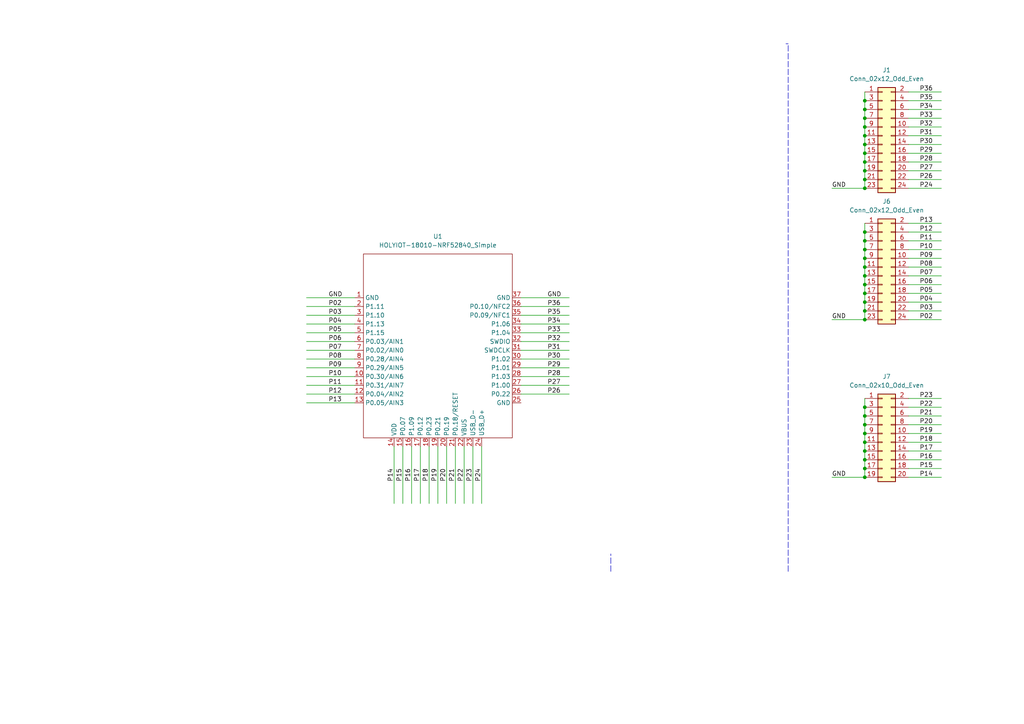
<source format=kicad_sch>
(kicad_sch (version 20211123) (generator eeschema)
  (paper "A4")
  (title_block (title "HolyIOT 18010 breakout board") (date "2021-08-01") (rev "0.1") (company "semicontinuity"))
  (lib_symbols
    (symbol "Connector_Generic:Conn_02x10_Odd_Even" (pin_names (offset 1.016) hide)
      (property "Reference" "J" (at 1.27 12.7 0))
      (property "Value" "Conn_02x10_Odd_Even" (at 1.27 -15.24 0))
      (symbol "Conn_02x10_Odd_Even_1_1"
        (rectangle (start -1.27 -12.573) (end 0 -12.827) (stroke (width 0.1524)))
        (rectangle (start -1.27 -10.033) (end 0 -10.287) (stroke (width 0.1524)))
        (rectangle (start -1.27 -7.493) (end 0 -7.747) (stroke (width 0.1524)))
        (rectangle (start -1.27 -4.953) (end 0 -5.207) (stroke (width 0.1524)))
        (rectangle (start -1.27 -2.413) (end 0 -2.667) (stroke (width 0.1524)))
        (rectangle (start -1.27 0.127) (end 0 -0.127) (stroke (width 0.1524)))
        (rectangle (start -1.27 2.667) (end 0 2.413) (stroke (width 0.1524)))
        (rectangle (start -1.27 5.207) (end 0 4.953) (stroke (width 0.1524)))
        (rectangle (start -1.27 7.747) (end 0 7.493) (stroke (width 0.1524)))
        (rectangle (start -1.27 10.287) (end 0 10.033) (stroke (width 0.1524)))
        (rectangle (start -1.27 11.43) (end 3.81 -13.97) (stroke (width 0.254)) (fill (type background)))
        (rectangle (start 3.81 -12.573) (end 2.54 -12.827) (stroke (width 0.1524)))
        (rectangle (start 3.81 -10.033) (end 2.54 -10.287) (stroke (width 0.1524)))
        (rectangle (start 3.81 -7.493) (end 2.54 -7.747) (stroke (width 0.1524)))
        (rectangle (start 3.81 -4.953) (end 2.54 -5.207) (stroke (width 0.1524)))
        (rectangle (start 3.81 -2.413) (end 2.54 -2.667) (stroke (width 0.1524)))
        (rectangle (start 3.81 0.127) (end 2.54 -0.127) (stroke (width 0.1524)))
        (rectangle (start 3.81 2.667) (end 2.54 2.413) (stroke (width 0.1524)))
        (rectangle (start 3.81 5.207) (end 2.54 4.953) (stroke (width 0.1524)))
        (rectangle (start 3.81 7.747) (end 2.54 7.493) (stroke (width 0.1524)))
        (rectangle (start 3.81 10.287) (end 2.54 10.033) (stroke (width 0.1524)))
        (pin passive line (at -5.08 10.16 0) (length 3.81) (name "Pin_1") (number "1"))
        (pin passive line (at 7.62 0 180) (length 3.81) (name "Pin_10") (number "10"))
        (pin passive line (at -5.08 -2.54 0) (length 3.81) (name "Pin_11") (number "11"))
        (pin passive line (at 7.62 -2.54 180) (length 3.81) (name "Pin_12") (number "12"))
        (pin passive line (at -5.08 -5.08 0) (length 3.81) (name "Pin_13") (number "13"))
        (pin passive line (at 7.62 -5.08 180) (length 3.81) (name "Pin_14") (number "14"))
        (pin passive line (at -5.08 -7.62 0) (length 3.81) (name "Pin_15") (number "15"))
        (pin passive line (at 7.62 -7.62 180) (length 3.81) (name "Pin_16") (number "16"))
        (pin passive line (at -5.08 -10.16 0) (length 3.81) (name "Pin_17") (number "17"))
        (pin passive line (at 7.62 -10.16 180) (length 3.81) (name "Pin_18") (number "18"))
        (pin passive line (at -5.08 -12.7 0) (length 3.81) (name "Pin_19") (number "19"))
        (pin passive line (at 7.62 10.16 180) (length 3.81) (name "Pin_2") (number "2"))
        (pin passive line (at 7.62 -12.7 180) (length 3.81) (name "Pin_20") (number "20"))
        (pin passive line (at -5.08 7.62 0) (length 3.81) (name "Pin_3") (number "3"))
        (pin passive line (at 7.62 7.62 180) (length 3.81) (name "Pin_4") (number "4"))
        (pin passive line (at -5.08 5.08 0) (length 3.81) (name "Pin_5") (number "5"))
        (pin passive line (at 7.62 5.08 180) (length 3.81) (name "Pin_6") (number "6"))
        (pin passive line (at -5.08 2.54 0) (length 3.81) (name "Pin_7") (number "7"))
        (pin passive line (at 7.62 2.54 180) (length 3.81) (name "Pin_8") (number "8"))
        (pin passive line (at -5.08 0 0) (length 3.81) (name "Pin_9") (number "9"))
      )
    )
    (symbol "Connector_Generic:Conn_02x12_Odd_Even" (pin_names (offset 1.016) hide)
      (property "Reference" "J" (at 1.27 15.24 0))
      (property "Value" "Conn_02x12_Odd_Even" (at 1.27 -17.78 0))
      (symbol "Conn_02x12_Odd_Even_1_1"
        (rectangle (start -1.27 -15.113) (end 0 -15.367) (stroke (width 0.1524)))
        (rectangle (start -1.27 -12.573) (end 0 -12.827) (stroke (width 0.1524)))
        (rectangle (start -1.27 -10.033) (end 0 -10.287) (stroke (width 0.1524)))
        (rectangle (start -1.27 -7.493) (end 0 -7.747) (stroke (width 0.1524)))
        (rectangle (start -1.27 -4.953) (end 0 -5.207) (stroke (width 0.1524)))
        (rectangle (start -1.27 -2.413) (end 0 -2.667) (stroke (width 0.1524)))
        (rectangle (start -1.27 0.127) (end 0 -0.127) (stroke (width 0.1524)))
        (rectangle (start -1.27 2.667) (end 0 2.413) (stroke (width 0.1524)))
        (rectangle (start -1.27 5.207) (end 0 4.953) (stroke (width 0.1524)))
        (rectangle (start -1.27 7.747) (end 0 7.493) (stroke (width 0.1524)))
        (rectangle (start -1.27 10.287) (end 0 10.033) (stroke (width 0.1524)))
        (rectangle (start -1.27 12.827) (end 0 12.573) (stroke (width 0.1524)))
        (rectangle (start -1.27 13.97) (end 3.81 -16.51) (stroke (width 0.254)) (fill (type background)))
        (rectangle (start 3.81 -15.113) (end 2.54 -15.367) (stroke (width 0.1524)))
        (rectangle (start 3.81 -12.573) (end 2.54 -12.827) (stroke (width 0.1524)))
        (rectangle (start 3.81 -10.033) (end 2.54 -10.287) (stroke (width 0.1524)))
        (rectangle (start 3.81 -7.493) (end 2.54 -7.747) (stroke (width 0.1524)))
        (rectangle (start 3.81 -4.953) (end 2.54 -5.207) (stroke (width 0.1524)))
        (rectangle (start 3.81 -2.413) (end 2.54 -2.667) (stroke (width 0.1524)))
        (rectangle (start 3.81 0.127) (end 2.54 -0.127) (stroke (width 0.1524)))
        (rectangle (start 3.81 2.667) (end 2.54 2.413) (stroke (width 0.1524)))
        (rectangle (start 3.81 5.207) (end 2.54 4.953) (stroke (width 0.1524)))
        (rectangle (start 3.81 7.747) (end 2.54 7.493) (stroke (width 0.1524)))
        (rectangle (start 3.81 10.287) (end 2.54 10.033) (stroke (width 0.1524)))
        (rectangle (start 3.81 12.827) (end 2.54 12.573) (stroke (width 0.1524)))
        (pin passive line (at -5.08 12.7 0) (length 3.81) (name "Pin_1") (number "1"))
        (pin passive line (at 7.62 2.54 180) (length 3.81) (name "Pin_10") (number "10"))
        (pin passive line (at -5.08 0 0) (length 3.81) (name "Pin_11") (number "11"))
        (pin passive line (at 7.62 0 180) (length 3.81) (name "Pin_12") (number "12"))
        (pin passive line (at -5.08 -2.54 0) (length 3.81) (name "Pin_13") (number "13"))
        (pin passive line (at 7.62 -2.54 180) (length 3.81) (name "Pin_14") (number "14"))
        (pin passive line (at -5.08 -5.08 0) (length 3.81) (name "Pin_15") (number "15"))
        (pin passive line (at 7.62 -5.08 180) (length 3.81) (name "Pin_16") (number "16"))
        (pin passive line (at -5.08 -7.62 0) (length 3.81) (name "Pin_17") (number "17"))
        (pin passive line (at 7.62 -7.62 180) (length 3.81) (name "Pin_18") (number "18"))
        (pin passive line (at -5.08 -10.16 0) (length 3.81) (name "Pin_19") (number "19"))
        (pin passive line (at 7.62 12.7 180) (length 3.81) (name "Pin_2") (number "2"))
        (pin passive line (at 7.62 -10.16 180) (length 3.81) (name "Pin_20") (number "20"))
        (pin passive line (at -5.08 -12.7 0) (length 3.81) (name "Pin_21") (number "21"))
        (pin passive line (at 7.62 -12.7 180) (length 3.81) (name "Pin_22") (number "22"))
        (pin passive line (at -5.08 -15.24 0) (length 3.81) (name "Pin_23") (number "23"))
        (pin passive line (at 7.62 -15.24 180) (length 3.81) (name "Pin_24") (number "24"))
        (pin passive line (at -5.08 10.16 0) (length 3.81) (name "Pin_3") (number "3"))
        (pin passive line (at 7.62 10.16 180) (length 3.81) (name "Pin_4") (number "4"))
        (pin passive line (at -5.08 7.62 0) (length 3.81) (name "Pin_5") (number "5"))
        (pin passive line (at 7.62 7.62 180) (length 3.81) (name "Pin_6") (number "6"))
        (pin passive line (at -5.08 5.08 0) (length 3.81) (name "Pin_7") (number "7"))
        (pin passive line (at 7.62 5.08 180) (length 3.81) (name "Pin_8") (number "8"))
        (pin passive line (at -5.08 2.54 0) (length 3.81) (name "Pin_9") (number "9"))
      )
    )
    (symbol "wireless-v1:HOLYIOT-18010-NRF52840_Simple"
      (property "Reference" "U" (at 0 31.75 0))
      (property "Value" "HOLYIOT-18010-NRF52840_Simple" (at 0 29.21 0))
      (symbol "HOLYIOT-18010-NRF52840_Simple_0_1"
        (rectangle (start -21.59 27.94) (end 21.59 -25.4))
      )
      (symbol "HOLYIOT-18010-NRF52840_Simple_1_1"
        (pin power_in line (at -24.13 15.24 0) (length 2.54) (name "GND") (number "1"))
        (pin input line (at -24.13 -7.62 0) (length 2.54) (name "P0.30/AIN6") (number "10"))
        (pin input line (at -24.13 -10.16 0) (length 2.54) (name "P0.31/AIN7") (number "11"))
        (pin input line (at -24.13 -12.7 0) (length 2.54) (name "P0.04/AIN2") (number "12"))
        (pin input line (at -24.13 -15.24 0) (length 2.54) (name "P0.05/AIN3") (number "13"))
        (pin power_in line (at -12.7 -27.94 90) (length 2.54) (name "VDD") (number "14"))
        (pin input line (at -10.16 -27.94 90) (length 2.54) (name "P0.07") (number "15"))
        (pin input line (at -7.62 -27.94 90) (length 2.54) (name "P1.09") (number "16"))
        (pin input line (at -5.08 -27.94 90) (length 2.54) (name "P0.12") (number "17"))
        (pin input line (at -2.54 -27.94 90) (length 2.54) (name "P0.23") (number "18"))
        (pin input line (at 0 -27.94 90) (length 2.54) (name "P0.21") (number "19"))
        (pin input line (at -24.13 12.7 0) (length 2.54) (name "P1.11") (number "2"))
        (pin input line (at 2.54 -27.94 90) (length 2.54) (name "P0.19") (number "20"))
        (pin input line (at 5.08 -27.94 90) (length 2.54) (name "P0.18/RESET") (number "21"))
        (pin power_in line (at 7.62 -27.94 90) (length 2.54) (name "VBUS") (number "22"))
        (pin input line (at 10.16 -27.94 90) (length 2.54) (name "USB_D-") (number "23"))
        (pin input line (at 12.7 -27.94 90) (length 2.54) (name "USB_D+") (number "24"))
        (pin power_in line (at 24.13 -15.24 180) (length 2.54) (name "GND") (number "25"))
        (pin input line (at 24.13 -12.7 180) (length 2.54) (name "P0.22") (number "26"))
        (pin input line (at 24.13 -10.16 180) (length 2.54) (name "P1.00") (number "27"))
        (pin input line (at 24.13 -7.62 180) (length 2.54) (name "P1.03") (number "28"))
        (pin input line (at 24.13 -5.08 180) (length 2.54) (name "P1.01") (number "29"))
        (pin input line (at -24.13 10.16 0) (length 2.54) (name "P1.10") (number "3"))
        (pin input line (at 24.13 -2.54 180) (length 2.54) (name "P1.02") (number "30"))
        (pin input line (at 24.13 0 180) (length 2.54) (name "SWDCLK") (number "31"))
        (pin input line (at 24.13 2.54 180) (length 2.54) (name "SWDIO") (number "32"))
        (pin input line (at 24.13 5.08 180) (length 2.54) (name "P1.04") (number "33"))
        (pin input line (at 24.13 7.62 180) (length 2.54) (name "P1.06") (number "34"))
        (pin input line (at 24.13 10.16 180) (length 2.54) (name "P0.09/NFC1") (number "35"))
        (pin input line (at 24.13 12.7 180) (length 2.54) (name "P0.10/NFC2") (number "36"))
        (pin power_in line (at 24.13 15.24 180) (length 2.54) (name "GND") (number "37"))
        (pin input line (at -24.13 7.62 0) (length 2.54) (name "P1.13") (number "4"))
        (pin input line (at -24.13 5.08 0) (length 2.54) (name "P1.15") (number "5"))
        (pin input line (at -24.13 2.54 0) (length 2.54) (name "P0.03/AIN1") (number "6"))
        (pin input line (at -24.13 0 0) (length 2.54) (name "P0.02/AIN0") (number "7"))
        (pin input line (at -24.13 -2.54 0) (length 2.54) (name "P0.28/AIN4") (number "8"))
        (pin input line (at -24.13 -5.08 0) (length 2.54) (name "P0.29/AIN5") (number "9"))
      )
    )
  )
  (junction (at 250.825 80.01))
  (junction (at 250.825 29.21))
  (junction (at 250.825 120.65))
  (junction (at 250.825 39.37))
  (junction (at 250.825 34.29))
  (junction (at 250.825 135.89))
  (junction (at 250.825 90.17))
  (junction (at 250.825 87.63))
  (junction (at 250.825 44.45))
  (junction (at 250.825 92.71))
  (junction (at 250.825 123.19))
  (junction (at 250.825 52.07))
  (junction (at 250.825 125.73))
  (junction (at 250.825 130.81))
  (junction (at 250.825 31.75))
  (junction (at 250.825 41.91))
  (junction (at 250.825 36.83))
  (junction (at 250.825 77.47))
  (junction (at 250.825 85.09))
  (junction (at 250.825 74.93))
  (junction (at 250.825 118.11))
  (junction (at 250.825 72.39))
  (junction (at 250.825 54.61))
  (junction (at 250.825 133.35))
  (junction (at 250.825 46.99))
  (junction (at 250.825 67.31))
  (junction (at 250.825 82.55))
  (junction (at 250.825 138.43))
  (junction (at 250.825 69.85))
  (junction (at 250.825 49.53))
  (junction (at 250.825 128.27))
  (wire (pts (xy 250.825 29.21) (xy 250.825 31.75)))
  (wire (pts (xy 250.825 26.67) (xy 250.825 29.21)))
  (wire (pts (xy 263.525 26.67) (xy 273.05 26.67)))
  (wire (pts (xy 263.525 138.43) (xy 273.05 138.43)))
  (wire (pts (xy 88.9 106.68) (xy 102.87 106.68)))
  (wire (pts (xy 88.9 86.36) (xy 102.87 86.36)))
  (wire (pts (xy 134.62 129.54) (xy 134.62 146.05)))
  (wire (pts (xy 263.525 77.47) (xy 273.05 77.47)))
  (wire (pts (xy 250.825 74.93) (xy 250.825 77.47)))
  (wire (pts (xy 151.13 91.44) (xy 165.1 91.44)))
  (wire (pts (xy 137.16 129.54) (xy 137.16 146.05)))
  (wire (pts (xy 250.825 123.19) (xy 250.825 125.73)))
  (wire (pts (xy 151.13 93.98) (xy 165.1 93.98)))
  (wire (pts (xy 250.825 133.35) (xy 250.825 135.89)))
  (wire (pts (xy 250.825 92.71) (xy 241.3 92.71)))
  (wire (pts (xy 263.525 115.57) (xy 273.05 115.57)))
  (wire (pts (xy 250.825 36.83) (xy 250.825 39.37)))
  (wire (pts (xy 88.9 99.06) (xy 102.87 99.06)))
  (wire (pts (xy 263.525 46.99) (xy 273.05 46.99)))
  (wire (pts (xy 151.13 99.06) (xy 165.1 99.06)))
  (wire (pts (xy 250.825 46.99) (xy 250.825 49.53)))
  (wire (pts (xy 119.38 129.54) (xy 119.38 146.05)))
  (wire (pts (xy 263.525 85.09) (xy 273.05 85.09)))
  (wire (pts (xy 263.525 52.07) (xy 273.05 52.07)))
  (wire (pts (xy 250.825 31.75) (xy 250.825 34.29)))
  (wire (pts (xy 263.525 49.53) (xy 273.05 49.53)))
  (wire (pts (xy 263.525 64.77) (xy 273.05 64.77)))
  (wire (pts (xy 263.525 39.37) (xy 273.05 39.37)))
  (wire (pts (xy 250.825 67.31) (xy 250.825 69.85)))
  (wire (pts (xy 132.08 129.54) (xy 132.08 146.05)))
  (wire (pts (xy 151.13 101.6) (xy 165.1 101.6)))
  (wire (pts (xy 151.13 109.22) (xy 165.1 109.22)))
  (wire (pts (xy 263.525 41.91) (xy 273.05 41.91)))
  (wire (pts (xy 250.825 41.91) (xy 250.825 44.45)))
  (wire (pts (xy 88.9 104.14) (xy 102.87 104.14)))
  (wire (pts (xy 263.525 128.27) (xy 273.05 128.27)))
  (wire (pts (xy 139.7 129.54) (xy 139.7 146.05)))
  (wire (pts (xy 250.825 87.63) (xy 250.825 90.17)))
  (wire (pts (xy 263.525 130.81) (xy 273.05 130.81)))
  (wire (pts (xy 151.13 88.9) (xy 165.1 88.9)))
  (wire (pts (xy 88.9 93.98) (xy 102.87 93.98)))
  (wire (pts (xy 263.525 36.83) (xy 273.05 36.83)))
  (wire (pts (xy 241.3 54.61) (xy 250.825 54.61)))
  (wire (pts (xy 250.825 115.57) (xy 250.825 118.11)))
  (wire (pts (xy 250.825 34.29) (xy 250.825 36.83)))
  (wire (pts (xy 88.9 96.52) (xy 102.87 96.52)))
  (wire (pts (xy 250.825 128.27) (xy 250.825 130.81)))
  (wire (pts (xy 250.825 82.55) (xy 250.825 85.09)))
  (wire (pts (xy 250.825 118.11) (xy 250.825 120.65)))
  (wire (pts (xy 250.825 90.17) (xy 250.825 92.71)))
  (wire (pts (xy 250.825 135.89) (xy 250.825 138.43)))
  (wire (pts (xy 250.825 69.85) (xy 250.825 72.39)))
  (wire (pts (xy 250.825 125.73) (xy 250.825 128.27)))
  (wire (pts (xy 250.825 138.43) (xy 241.3 138.43)))
  (wire (pts (xy 263.525 118.11) (xy 273.05 118.11)))
  (wire (pts (xy 250.825 72.39) (xy 250.825 74.93)))
  (wire (pts (xy 151.13 106.68) (xy 165.1 106.68)))
  (wire (pts (xy 250.825 64.77) (xy 250.825 67.31)))
  (wire (pts (xy 263.525 87.63) (xy 273.05 87.63)))
  (wire (pts (xy 114.3 129.54) (xy 114.3 146.05)))
  (wire (pts (xy 263.525 29.21) (xy 273.05 29.21)))
  (wire (pts (xy 263.525 123.19) (xy 273.05 123.19)))
  (wire (pts (xy 263.525 67.31) (xy 273.05 67.31)))
  (wire (pts (xy 127 129.54) (xy 127 146.05)))
  (wire (pts (xy 263.525 135.89) (xy 273.05 135.89)))
  (wire (pts (xy 250.825 85.09) (xy 250.825 87.63)))
  (wire (pts (xy 116.84 129.54) (xy 116.84 146.05)))
  (wire (pts (xy 263.525 120.65) (xy 273.05 120.65)))
  (wire (pts (xy 263.525 90.17) (xy 273.05 90.17)))
  (polyline (pts (xy 177.165 165.735) (xy 177.165 160.655)))
  (wire (pts (xy 88.9 111.76) (xy 102.87 111.76)))
  (wire (pts (xy 88.9 101.6) (xy 102.87 101.6)))
  (polyline (pts (xy 228.6 12.7) (xy 227.965 12.7)))
  (wire (pts (xy 263.525 74.93) (xy 273.05 74.93)))
  (wire (pts (xy 250.825 49.53) (xy 250.825 52.07)))
  (wire (pts (xy 151.13 111.76) (xy 165.1 111.76)))
  (wire (pts (xy 263.525 34.29) (xy 273.05 34.29)))
  (wire (pts (xy 151.13 86.36) (xy 165.1 86.36)))
  (wire (pts (xy 151.13 104.14) (xy 165.1 104.14)))
  (wire (pts (xy 124.46 129.54) (xy 124.46 146.05)))
  (wire (pts (xy 263.525 72.39) (xy 273.05 72.39)))
  (wire (pts (xy 250.825 44.45) (xy 250.825 46.99)))
  (wire (pts (xy 88.9 91.44) (xy 102.87 91.44)))
  (wire (pts (xy 263.525 92.71) (xy 273.05 92.71)))
  (wire (pts (xy 263.525 31.75) (xy 273.05 31.75)))
  (wire (pts (xy 121.92 129.54) (xy 121.92 146.05)))
  (wire (pts (xy 250.825 80.01) (xy 250.825 82.55)))
  (wire (pts (xy 263.525 54.61) (xy 273.05 54.61)))
  (wire (pts (xy 263.525 125.73) (xy 273.05 125.73)))
  (wire (pts (xy 250.825 120.65) (xy 250.825 123.19)))
  (wire (pts (xy 263.525 44.45) (xy 273.05 44.45)))
  (polyline (pts (xy 228.6 165.735) (xy 228.6 12.7)))
  (wire (pts (xy 250.825 130.81) (xy 250.825 133.35)))
  (wire (pts (xy 151.13 114.3) (xy 165.1 114.3)))
  (wire (pts (xy 250.825 52.07) (xy 250.825 54.61)))
  (wire (pts (xy 263.525 82.55) (xy 273.05 82.55)))
  (wire (pts (xy 88.9 114.3) (xy 102.87 114.3)))
  (wire (pts (xy 129.54 129.54) (xy 129.54 146.05)))
  (wire (pts (xy 88.9 88.9) (xy 102.87 88.9)))
  (wire (pts (xy 88.9 109.22) (xy 102.87 109.22)))
  (wire (pts (xy 263.525 80.01) (xy 273.05 80.01)))
  (wire (pts (xy 151.13 96.52) (xy 165.1 96.52)))
  (wire (pts (xy 250.825 77.47) (xy 250.825 80.01)))
  (wire (pts (xy 250.825 39.37) (xy 250.825 41.91)))
  (wire (pts (xy 88.9 116.84) (xy 102.87 116.84)))
  (wire (pts (xy 263.525 69.85) (xy 273.05 69.85)))
  (wire (pts (xy 263.525 133.35) (xy 273.05 133.35)))
  (label "P26" (at 158.75 114.3 0))
  (label "P34" (at 266.7 31.75 0))
  (label "P33" (at 266.7 34.29 0))
  (label "P23" (at 137.16 139.7 90))
  (label "GND" (at 158.75 86.36 0))
  (label "P35" (at 266.7 29.21 0))
  (label "P04" (at 266.7 87.63 0))
  (label "P03" (at 266.7 90.17 0))
  (label "P36" (at 158.75 88.9 0))
  (label "P17" (at 266.7 130.81 0))
  (label "P20" (at 129.54 139.7 90))
  (label "P14" (at 114.3 139.7 90))
  (label "P04" (at 95.25 93.98 0))
  (label "P07" (at 95.25 101.6 0))
  (label "P30" (at 266.7 41.91 0))
  (label "P28" (at 266.7 46.99 0))
  (label "P22" (at 134.62 139.7 90))
  (label "P27" (at 266.7 49.53 0))
  (label "P28" (at 158.75 109.22 0))
  (label "P18" (at 124.46 139.7 90))
  (label "P12" (at 95.25 114.3 0))
  (label "P32" (at 158.75 99.06 0))
  (label "P31" (at 158.75 101.6 0))
  (label "P06" (at 95.25 99.06 0))
  (label "P21" (at 132.08 139.7 90))
  (label "P30" (at 158.75 104.14 0))
  (label "P17" (at 121.92 139.7 90))
  (label "GND" (at 95.25 86.36 0))
  (label "P22" (at 266.7 118.11 0))
  (label "P02" (at 95.25 88.9 0))
  (label "P05" (at 266.7 85.09 0))
  (label "P08" (at 266.7 77.47 0))
  (label "P12" (at 266.7 67.31 0))
  (label "P13" (at 266.7 64.77 0))
  (label "P18" (at 266.7 128.27 0))
  (label "P15" (at 266.7 135.89 0))
  (label "P27" (at 158.75 111.76 0))
  (label "P24" (at 139.7 139.7 90))
  (label "P32" (at 266.7 36.83 0))
  (label "P05" (at 95.25 96.52 0))
  (label "P16" (at 266.7 133.35 0))
  (label "GND" (at 241.3 138.43 0))
  (label "P20" (at 266.7 123.19 0))
  (label "P16" (at 119.38 139.7 90))
  (label "P14" (at 266.7 138.43 0))
  (label "P10" (at 95.25 109.22 0))
  (label "P31" (at 266.7 39.37 0))
  (label "P33" (at 158.75 96.52 0))
  (label "P24" (at 266.7 54.61 0))
  (label "GND" (at 241.3 92.71 0))
  (label "P03" (at 95.25 91.44 0))
  (label "P29" (at 158.75 106.68 0))
  (label "P29" (at 266.7 44.45 0))
  (label "P26" (at 266.7 52.07 0))
  (label "P15" (at 116.84 139.7 90))
  (label "P23" (at 266.7 115.57 0))
  (label "P19" (at 266.7 125.73 0))
  (label "P08" (at 95.25 104.14 0))
  (label "P07" (at 266.7 80.01 0))
  (label "P09" (at 266.7 74.93 0))
  (label "P02" (at 266.7 92.71 0))
  (label "P09" (at 95.25 106.68 0))
  (label "P11" (at 266.7 69.85 0))
  (label "P10" (at 266.7 72.39 0))
  (label "GND" (at 241.3 54.61 0))
  (label "P13" (at 95.25 116.84 0))
  (label "P21" (at 266.7 120.65 0))
  (label "P35" (at 158.75 91.44 0))
  (label "P34" (at 158.75 93.98 0))
  (label "P06" (at 266.7 82.55 0))
  (label "P19" (at 127 139.7 90))
  (label "P36" (at 266.7 26.67 0))
  (label "P11" (at 95.25 111.76 0))
  (symbol (lib_id "Connector_Generic:Conn_02x12_Odd_Even") (at 255.905 39.37 0) (unit 1)
    (property "Reference" "J1" (at 257.175 20.32 0))
    (property "Value" "Conn_02x12_Odd_Even" (at 257.175 22.86 0))
    (property "Footprint" "Connector_PinHeader_2.54mm:PinHeader_2x12_P2.54mm_Vertical" (effects hide))
  )
  (symbol (lib_id "Connector_Generic:Conn_02x10_Odd_Even") (at 255.905 125.73 0) (unit 1)
    (property "Reference" "J7" (at 257.175 109.22 0))
    (property "Value" "Conn_02x10_Odd_Even" (at 257.175 111.76 0))
    (property "Footprint" "Connector_PinHeader_2.54mm:PinHeader_2x10_P2.54mm_Vertical" (effects hide))
  )
  (symbol (lib_id "Connector_Generic:Conn_02x12_Odd_Even") (at 255.905 77.47 0) (unit 1)
    (property "Reference" "J6" (at 257.175 58.42 0))
    (property "Value" "Conn_02x12_Odd_Even" (at 257.175 60.96 0))
    (property "Footprint" "Connector_PinHeader_2.54mm:PinHeader_2x12_P2.54mm_Vertical" (effects hide))
  )
  (symbol (lib_id "wireless-v1:HOLYIOT-18010-NRF52840_Simple") (at 127 101.6 0) (unit 1)
    (property "Reference" "U1" (at 127 68.58 0))
    (property "Value" "HOLYIOT-18010-NRF52840_Simple" (at 127 71.12 0))
    (property "Footprint" "wireless-v1:Holyiot-18010-nRF52840" (effects hide))
  )
)
</source>
